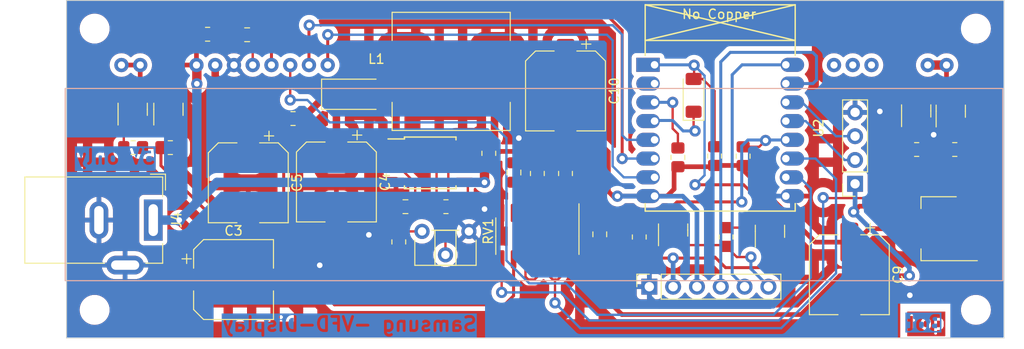
<source format=kicad_pcb>
(kicad_pcb (version 20221018) (generator pcbnew)
  (title_block (title "HCS-12SS59") (date "2023-07-18") (rev "0.1") (company "42nibbles") (comment 1 "Viete") (comment 4 "Universelles Samsung-VFD-Display"))
  (layers (0 "F.Cu" signal) (31 "B.Cu" signal) (34 "B.Paste" user) (35 "F.Paste" user) (36 "B.SilkS" user "B.Silkscreen") (37 "F.SilkS" user "F.Silkscreen") (38 "B.Mask" user) (39 "F.Mask" user) (44 "Edge.Cuts" user))
  (net 0 "")
  (net 1 "Net-(C1-Pad1)")
  (net 2 "Net-(C1-Pad2)")
  (net 3 "GND")
  (net 4 "VCC")
  (net 5 "/Vdisp")
  (net 6 "Net-(U3-TC)")
  (net 7 "Net-(D1-OSC)")
  (net 8 "+3V3")
  (net 9 "/F-")
  (net 10 "/~{REST}")
  (net 11 "/~{CS}")
  (net 12 "/DATA")
  (net 13 "/F+")
  (net 14 "Net-(D3-K)")
  (net 15 "/~{RST}")
  (net 16 "/RTS")
  (net 17 "/Tx")
  (net 18 "/Rx")
  (net 19 "/DTR")
  (net 20 "/SDA")
  (net 21 "/SCL")
  (net 22 "Net-(U3-Ipk)")
  (net 23 "Net-(Q1-B)")
  (net 24 "Net-(Q2-B)")
  (net 25 "Net-(Q3-B)")
  (net 26 "Net-(Q4-B)")
  (net 27 "Net-(Q5-B)")
  (net 28 "Net-(R15-Pad2)")
  (net 29 "Net-(Q6-B)")
  (net 30 "/GPIO0")
  (net 31 "Net-(R1-Pad2)")
  (net 32 "Net-(R2-Pad2)")
  (net 33 "Net-(R5-Pad2)")
  (net 34 "Net-(U3-DC)")
  (net 35 "Net-(U2-EN)")
  (net 36 "Net-(U1-Pad10)")
  (net 37 "/~{VDon}")
  (net 39 "Net-(U3-Vfb)")
  (net 40 "/SCK")
  (net 41 "/SwC")
  (net 42 "/k_D2")
  (footprint "Package_TO_SOT_SMD:SOT-23" (layer "F.Cu") (at 105.1204 68.6077 90)
    (fp_text reference "Q3" hide)
    (fp_text value "BC817")
  )
  (footprint "Fiducial:Fiducial_1.5mm_Mask3mm" (layer "F.Cu") (at 191.25 90)
    (fp_text reference "FID2" hide)
    (fp_text value "Fiducial")
  )
  (footprint "Resistor_SMD:R_0805_2012Metric_Pad1.20x1.40mm_HandSolder" (layer "F.Cu") (at 118.4148 69.596)
    (fp_text reference "R9" hide)
    (fp_text value "470R")
  )
  (footprint "Diode_SMD:D_MiniMELF" (layer "F.Cu") (at 161.1376 67.122148 90)
    (fp_text reference "D3" hide)
    (fp_text value "D_Schottky")
  )
  (footprint "Resistor_SMD:R_0805_2012Metric_Pad1.20x1.40mm_HandSolder" (layer "F.Cu") (at 129.6924 82.7532 90)
    (fp_text reference "R15" hide)
    (fp_text value "47k")
  )
  (footprint "Connector_PinSocket_2.54mm:PinSocket_1x04_P2.54mm_Vertical" (layer "F.Cu") (at 178.3588 76.5556 180)
    (fp_text reference "J2" hide)
    (fp_text value "Conn_01x04_Socket")
  )
  (footprint "Package_TO_SOT_SMD:SOT-23" (layer "F.Cu") (at 101.3104 68.6077 90)
    (fp_text reference "Q2" hide)
    (fp_text value "BC807")
  )
  (footprint "Resistor_SMD:R_0805_2012Metric_Pad1.20x1.40mm_HandSolder" (layer "F.Cu") (at 147.4724 75.4543 90)
    (fp_text reference "R2" hide)
    (fp_text value "47k")
  )
  (footprint "Package_SO:SOIC-8W_5.3x5.3mm_P1.27mm" (layer "F.Cu") (at 133.0452 74.3204)
    (fp_text reference "U3" hide)
    (fp_text value "MC34063AP")
  )
  (footprint "MountingHole:MountingHole_2.7mm_M2.5_DIN965" (layer "F.Cu") (at 191.25 60)
    (fp_text reference "H3" hide)
    (fp_text value "MountingHole")
  )
  (footprint "Fiducial:Fiducial_1.5mm_Mask3mm" (layer "F.Cu") (at 97.25 90)
    (fp_text reference "FID1" hide)
    (fp_text value "Fiducial")
  )
  (footprint "Capacitor_SMD:CP_Elec_8x6.9" (layer "F.Cu") (at 113.6396 76.4464 -90)
    (fp_text reference "C5")
    (fp_text value "4,7uF/63V")
  )
  (footprint "Package_TO_SOT_SMD:SOT-23" (layer "F.Cu") (at 188.566 68.8109 90)
    (fp_text reference "Q1" hide)
    (fp_text value "BC807")
  )
  (footprint "MountingHole:MountingHole_2.7mm_M2.5_DIN965" (layer "F.Cu") (at 97.25 60)
    (fp_text reference "H4" hide)
    (fp_text value "MountingHole")
  )
  (footprint "Capacitor_SMD:CP_Elec_8x6.9" (layer "F.Cu") (at 147.4724 66.6516 -90)
    (fp_text reference "C10")
    (fp_text value "220uF/10V")
  )
  (footprint "Capacitor_SMD:CP_Elec_8x6.9" (layer "F.Cu") (at 123.0376 76.36 -90)
    (fp_text reference "C4")
    (fp_text value "10uF/63V")
  )
  (footprint "Capacitor_SMD:CP_Elec_8x6.9" (layer "F.Cu") (at 112.066 86.7664)
    (fp_text reference "C3")
    (fp_text value "100uF/16V")
  )
  (footprint "Package_TO_SOT_SMD:SOT-223-3_TabPin2" (layer "F.Cu") (at 187.2992 81.3448 180)
    (fp_text reference "U4" hide)
    (fp_text value "LD1117S33TR_SOT223")
  )
  (footprint "Resistor_SMD:R_0805_2012Metric_Pad1.20x1.40mm_HandSolder" (layer "F.Cu") (at 164.6072 82.23 90)
    (fp_text reference "R13" hide)
    (fp_text value "10k")
  )
  (footprint "Inductor_SMD:L_Wuerth_WE-PD-Typ-LS" (layer "F.Cu") (at 135.2804 64.5668 180)
    (fp_text reference "L1")
    (fp_text value "330uH")
  )
  (footprint "Capacitor_SMD:C_0805_2012Metric_Pad1.18x1.45mm_HandSolder" (layer "F.Cu") (at 130.4036 78.994)
    (fp_text reference "C6" hide)
    (fp_text value "1nF")
  )
  (footprint "MountingHole:MountingHole_2.7mm_M2.5_DIN965" (layer "F.Cu") (at 97.25 90)
    (fp_text reference "H1" hide)
    (fp_text value "MountingHole")
  )
  (footprint "Resistor_SMD:R_0805_2012Metric_Pad1.20x1.40mm_HandSolder" (layer "F.Cu") (at 134.7216 78.994)
    (fp_text reference "R8" hide)
    (fp_text value "180R")
  )
  (footprint "Diode_SMD:D_MELF" (layer "F.Cu") (at 124.8664 67.0052)
    (fp_text reference "D2" hide)
    (fp_text value "SSD14")
  )
  (footprint "Package_TO_SOT_SMD:SOT-23" (layer "F.Cu") (at 184.878 68.7809 90)
    (fp_text reference "Q4" hide)
    (fp_text value "BC817")
  )
  (footprint "Potentiometer_THT:Potentiometer_Piher_PT-6-H_Horizontal" (layer "F.Cu") (at 137.1708 81.6314 -90)
    (fp_text reference "RV1")
    (fp_text value "10k")
  )
  (footprint "Fiducial:Fiducial_1.5mm_Mask3mm" (layer "F.Cu") (at 191.25 60)
    (fp_text reference "FID3" hide)
    (fp_text value "Fiducial")
  )
  (footprint "MountingHole:MountingHole_2.7mm_M2.5_DIN965" (layer "F.Cu") (at 191.25 90)
    (fp_text reference "H2" hide)
    (fp_text value "MountingHole")
  )
  (footprint "Resistor_SMD:R_0805_2012Metric_Pad1.20x1.40mm_HandSolder" (layer "F.Cu") (at 105.3244 72.6948)
    (fp_text reference "R3" hide)
    (fp_text value "1k")
  )
  (footprint "Resistor_SMD:R_0805_2012Metric_Pad1.20x1.40mm_HandSolder" (layer "F.Cu") (at 188.992 72.898)
    (fp_text reference "R5" hide)
    (fp_text value "1k")
  )
  (footprint "Capacitor_SMD:C_0805_2012Metric_Pad1.18x1.45mm_HandSolder" (layer "F.Cu") (at 141.9724 75.3478 -90)
    (fp_text reference "C1" hide)
    (fp_text value "1nF")
  )
  (footprint "Package_TO_SOT_SMD:SOT-23" (layer "F.Cu") (at 158.9532 81.4832 90)
    (fp_text reference "Q6" hide)
    (fp_text value "BC847")
  )
  (footprint "Capacitor_SMD:CP_Elec_8x6.9" (layer "F.Cu") (at 177.7492 86.2524 -90)
    (fp_text reference "C9")
    (fp_text value "10uF/16V")
  )
  (footprint "Resistor_SMD:R_0805_2012Metric_Pad1.20x1.40mm_HandSolder" (layer "F.Cu") (at 163.3728 73.596548 90)
    (fp_text reference "R11" hide)
    (fp_text value "10k")
  )
  (footprint "KICAD_USER_FOOTPRINT_DIR:BarrelJack_Wuerth_1mm" (layer "F.Cu") (at 103.505 80.426 -90)
    (fp_text reference "J4")
    (fp_text value "Barrel_Jack_Switch")
  )
  (footprint "Package_SO:SOIC-14_3.9x8.7mm_P1.27mm" (layer "F.Cu") (at 144.4752 82.1363 -90)
    (fp_text reference "U1" hide)
    (fp_text value "74HC132")
  )
  (footprint "Package_TO_SOT_SMD:SOT-23" (layer "F.Cu") (at 169.2808 81.6204 90)
    (fp_text reference "Q5" hide)
    (fp_text value "BC847")
  )
  (footprint "Capacitor_SMD:C_0805_2012Metric_Pad1.18x1.45mm_HandSolder" (layer "F.Cu") (at 113.5165 60.6552)
    (fp_text reference "C7" hide)
    (fp_text value "82pF")
  )
  (footprint "Resistor_SMD:R_0805_2012Metric_Pad1.20x1.40mm_HandSolder" (layer "F.Cu") (at 166.4208 73.6092 90)
    (fp_text reference "R16" hide)
    (fp_text value "10k")
  )
  (footprint "Connector_PinSocket_2.54mm:PinSocket_1x06_P2.54mm_Vertical" (layer "F.Cu") (at 156.4132 87.5284 90)
    (fp_text reference "J1" hide)
    (fp_text value "Program-Socket")
  )
  (footprint "Resistor_SMD:R_0805_2012Metric_Pad1.20x1.40mm_HandSolder" (layer "F.Cu") (at 139.2936 73.3044 90)
    (fp_text reference "R7" hide)
    (fp_text value "1R")
  )
  (footprint "Resistor_SMD:R_0805_2012Metric_Pad1.20x1.40mm_HandSolder" (layer "F.Cu") (at 155.3412 82.23 90)
    (fp_text reference "R14" hide)
    (fp_text value "10k")
  )
  (footprint "Resistor_SMD:R_0805_2012Metric_Pad1.20x1.40mm_HandSolder" (layer "F.Cu") (at 109.3001 60.6044)
    (fp_text reference "R10" hide)
    (fp_text value "8k2")
  )
  (footprint "eigeneFootprints:ESP-07_THT" (layer "F.Cu") (at 156.972 63.863748)
    (fp_text reference "U2")
    (fp_text value "ESP-07S")
  )
  (footprint "Resistor_SMD:R_0805_2012Metric_Pad1.20x1.40mm_HandSolder" (layer "F.Cu") (at 144.4724 75.4543 -90)
    (fp_text reference "R1" hide)
    (fp_text value "22k")
  )
  (footprint "Resistor_SMD:R_0805_2012Metric_Pad1.20x1.40mm_HandSolder" (layer "F.Cu") (at 101.3554 72.6948 180)
    (fp_text reference "R4" hide)
    (fp_text value "1k")
  )
  (footprint "Capacitor_SMD:C_0805_2012Metric_Pad1.18x1.45mm_HandSolder" (layer "F.Cu") (at 151.13 81.9404 -90)
    (fp_text reference "C2" hide)
    (fp_text value "100nF")
  )
  (footprint "Resistor_SMD:R_0805_2012Metric_Pad1.20x1.40mm_HandSolder" (layer "F.Cu") (at 184.928 72.898)
    (fp_text reference "R6" hide)
    (fp_text value "1k")
  )
  (footprint "Resistor_SMD:R_0805_2012Metric_Pad1.20x1.40mm_HandSolder" (layer "F.Cu") (at 159.4612 73.732948 90)
    (fp_text reference "R12" hide)
    (fp_text value "10k")
  )
  (footprint "Samsung_HCS-12SS59:HCS-12SS59" (layer "B.Cu") (at 144.111 76.637 180)
    (fp_text reference "D1" hide)
    (fp_text value "~")
  )
  (gr_line (start 194.25 93) (end 94.25 93) (stroke (width 0.1)) (layer "Edge.Cuts"))
  (gr_line (start 94.25 93) (end 94.25 57) (stroke (width 0.1)) (layer "Edge.Cuts"))
  (gr_line (start 194.25 57) (end 194.25 93) (stroke (width 0.1)) (layer "Edge.Cuts"))
  (gr_line (start 94.25 57) (end 194.25 57) (stroke (width 0.1)) (layer "Edge.Cuts"))
  (gr_text "HCS-12SS59\n" (at 173.5328 59.944) (layer "F.Cu" knockout) (effects (font (size 1.5 1.5) (thickness 0.3) bold) (justify left bottom)))
  (gr_text "5V only" (at 100.6348 92.5068) (layer "F.Cu" knockout) (effects (font (size 1 1) (thickness 0.2) bold) (justify left bottom)))
  (gr_text "Top\n" (at 183.896 92.202) (layer "F.Cu" knockout) (effects (font (size 1.5 1.5) (thickness 0.3) bold) (justify left bottom)))
  (gr_text "Samsung -VFD-Display" (at 138.176 92.4052) (layer "B.Cu" knockout) (effects (font (size 1.5 1.5) (thickness 0.3) bold) (justify left bottom mirror)))
  (gr_text "5V only\n" (at 103.9368 74.5744) (layer "B.Cu" knockout) (effects (font (size 1.5 1.5) (thickness 0.3) bold) (justify left bottom mirror)))
  (gr_text "Bot" (at 187.8076 92.3036) (layer "B.Cu" knockout) (effects (font (size 1.5 1.5) (thickness 0.3) bold) (justify left bottom mirror)))
  (segment (start 141.9724 74.3103) (end 144.3284 74.3103) (width 0.25) (layer "F.Cu") (net 1))
  (segment (start 144.3284 74.3103) (end 144.4724 74.4543) (width 0.25) (layer "F.Cu") (net 1))
  (segment (start 144.7615 74.4543) (end 144.4724 74.4543) (width 0.25) (layer "F.Cu") (net 1))
  (segment (start 146.7615 76.4543) (end 144.7615 74.4543) (width 0.25) (layer "F.Cu") (net 1))
  (segment (start 147.4724 76.4543) (end 146.7615 76.4543) (width 0.25) (layer "F.Cu") (net 1))
  (segment (start 141.9352 88.4936) (end 140.97 89.4588) (width 0.32) (layer "F.Cu") (net 2))
  (segment (start 141.9352 84.6113) (end 141.9352 88.4936) (width 0.32) (layer "F.Cu") (net 2))
  (segment (start 141.9352 79.6613) (end 141.9352 84.6113) (width 0.25) (layer "F.Cu") (net 2))
  (segment (start 116.332 82.9564) (end 112.665258 82.9564) (width 0.32) (layer "F.Cu") (net 2))
  (segment (start 104.3244 72.6948) (end 102.3554 72.6948) (width 0.25) (layer "F.Cu") (net 2))
  (segment (start 112.665258 82.9564) (end 104.3244 74.615542) (width 0.32) (layer "F.Cu") (net 2))
  (segment (start 140.97 89.4588) (end 122.8344 89.4588) (width 0.32) (layer "F.Cu") (net 2))
  (segment (start 122.8344 89.4588) (end 116.332 82.9564) (width 0.32) (layer "F.Cu") (net 2))
  (segment (start 104.3244 74.615542) (end 104.3244 72.6948) (width 0.32) (layer "F.Cu") (net 2))
  (segment (start 141.9724 79.6241) (end 141.9352 79.6613) (width 0.25) (layer "F.Cu") (net 2))
  (segment (start 141.9724 76.3853) (end 141.9724 79.6241) (width 0.25) (layer "F.Cu") (net 2))
  (segment (start 125.6002 79.835) (end 127.1016 78.3336) (width 0.8) (layer "F.Cu") (net 3))
  (segment (start 188.1632 88.4428) (end 190.4492 86.1568) (width 0.5) (layer "F.Cu") (net 3))
  (segment (start 188.8236 62.0776) (end 192.8368 66.0908) (width 0.5) (layer "F.Cu") (net 3))
  (segment (start 119.7996 91.25) (end 115.316 86.7664) (width 0.5) (layer "F.Cu") (net 3))
  (segment (start 192.8368 66.0908) (end 192.8368 83.3172) (width 0.5) (layer "F.Cu") (net 3))
  (segment (start 129.3952 73.6854) (end 127.7366 73.6854) (width 0.8) (layer "F.Cu") (net 3))
  (segment (start 127.1016 78.3336) (end 127.1016 75.5904) (width 0.8) (layer "F.Cu") (net 3))
  (segment (start 123.0376 79.835) (end 125.6002 79.835) (width 0.8) (layer "F.Cu") (net 3))
  (segment (start 183.1848 66.6496) (end 183.1848 62.8396) (width 0.5) (layer "F.Cu") (net 3))
  (segment (start 127.1016 75.5904) (end 127.7366 76.2254) (width 0.8) (layer "F.Cu") (net 3))
  (segment (start 190.4492 86.1568) (end 190.4492 83.6448) (width 0.5) (layer "F.Cu") (net 3))
  (segment (start 138.8364 79.248) (end 139.2497 79.6613) (width 0.5) (layer "F.Cu") (net 3))
  (segment (start 127.7366 76.2254) (end 129.3952 76.2254) (width 0.8) (layer "F.Cu") (net 3))
  (segment (start 139.2497 79.6613) (end 140.6652 79.6613) (width 0.5) (layer "F.Cu") (net 3))
  (segment (start 180.56232 91.25) (end 119.7996 91.25) (width 0.5) (layer "F.Cu") (net 3))
  (segment (start 184.2008 88.4428) (end 188.1632 88.4428) (width 0.5) (layer "F.Cu") (net 3))
  (segment (start 127.7366 73.6854) (end 127.1016 74.3204) (width 0.8) (layer "F.Cu") (net 3))
  (segment (start 181.0004 68.834) (end 183.1848 66.6496) (width 0.5) (layer "F.Cu") (net 3))
  (segment (start 183.36952 88.4428) (end 180.56232 91.25) (width 0.5) (layer "F.Cu") (net 3))
  (segment (start 192.8368 83.3172) (end 192.5092 83.6448) (width 0.5) (layer "F.Cu") (net 3))
  (segment (start 184.2008 88.4428) (end 183.36952 88.4428) (width 0.5) (layer "F.Cu") (net 3))
  (segment (start 127.1016 74.3204) (end 127.1016 75.5904) (width 0.8) (layer "F.Cu") (net 3))
  (segment (start 183.9468 62.0776) (end 188.8236 62.0776) (width 0.5) (layer "F.Cu") (net 3))
  (segment (start 192.5092 83.6448) (end 190.4492 83.6448) (width 0.5) (layer "F.Cu") (net 3))
  (segment (start 183.1848 62.8396) (end 183.9468 62.0776) (width 0.5) (layer "F.Cu") (net 3))
  (via (at 181.0004 68.834) (size 1.2) (drill 0.6) (layers "F.Cu" "B.Cu") (net 3))
  (via (at 184.2008 88.4428) (size 1.2) (drill 0.6) (layers "F.Cu" "B.Cu") (net 3))
  (via (at 186.7408 71.3232) (size 1.2) (drill 0.6) (layers "F.Cu" "B.Cu") (net 3))
  (via (at 142.494 71.6788) (size 1.2) (drill 0.6) (layers "F.Cu" "B.Cu") (net 3))
  (via (at 126.5 82) (size 1.2) (drill 0.6) (layers "F.Cu" "B.Cu") (net 3))
  (via (at 138.8364 79.248) (size 1.2) (drill 0.6) (layers "F.Cu" "B.Cu") (net 3))
  (via (at 121.2596 85.2424) (size 1.2) (drill 0.6) (layers "F.Cu" "B.Cu") (net 3))
  (segment (start 169.6212 89.6112) (end 157.4292 89.6112) (width 0.5) (layer "B.Cu") (net 3))
  (segment (start 97.705 84.8526) (end 98.0784 85.226) (width 0.5) (layer "B.Cu") (net 3))
  (segment (start 157.4292 89.6112) (end 156.4132 88.5952) (width 0.5) (layer "B.Cu") (net 3))
  (segment (start 178.3588 68.9356) (end 180.8988 68.9356) (width 0.5) (layer "B.Cu") (net 3))
  (segment (start 172.3644 86.868) (end 169.6212 89.6112) (width 0.5) (layer "B.Cu") (net 3))
  (segment (start 172.3644 79.256148) (end 172.3644 86.868) (width 0.5) (layer "B.Cu") (net 3))
  (segment (start 98.0784 85.226) (end 100.505 85.226) (width 0.5) (layer "B.Cu") (net 3))
  (segment (start 170.972 77.863748) (end 172.3644 79.256148) (width 0.5) (layer "B.Cu") (net 3))
  (segment (start 100.505 85.226) (end 120.6336 85.226) (width 0.5) (layer "B.Cu") (net 3))
  (segment (start 180.8988 68.9356) (end 181.0004 68.834) (width 0.5) (layer "B.Cu") (net 3))
  (segment (start 97.705 80.426) (end 97.705 84.8526) (width 0.5) (layer "B.Cu") (net 3))
  (segment (start 156.4132 88.5952) (end 156.4132 87.5284) (width 0.5) (layer "B.Cu") (net 3))
  (segment (start 149.606 73.7616) (end 149.606 81.4539) (width 0.5) (layer "F.Cu") (net 4))
  (segment (start 153.492 90.5) (end 172.5932 90.5) (width 0.5) (layer "F.Cu") (net 4))
  (segment (start 106.801 63.887) (end 108.111 63.887) (width 0.5) (layer "F.Cu") (net 4))
  (segment (start 102.2604 69.5452) (end 102.2604 68.4276) (width 0.5) (layer "F.Cu") (net 4))
  (segment (start 108.1532 63.9292) (end 108.111 63.887) (width 1) (layer "F.Cu") (net 4))
  (segment (start 138.6426 74.9554) (end 139.2936 74.3044) (width 0.5) (layer "F.Cu") (net 4))
  (segment (start 138.8364 74.7616) (end 139.2936 74.3044) (width 1) (layer "F.Cu") (net 4))
  (segment (start 108.111 60.7935) (end 108.3001 60.6044) (width 0.5) (layer "F.Cu") (net 4))
  (segment (start 108.5596 86.51) (end 108.816 86.7664) (width 1) (layer "F.Cu") (net 4))
  (segment (start 151.1387 82.9866) (end 151.13 82.9779) (width 0.5) (layer "F.Cu") (net 4))
  (segment (start 176.7332 86.36) (end 184.15 86.36) (width 0.5) (layer "F.Cu") (net 4))
  (segment (start 136.6952 74.9554) (end 138.6426 74.9554) (width 0.5) (layer "F.Cu") (net 4))
  (segment (start 150.5204 84.6113) (end 151.1387 84.6113) (width 0.5) (layer "F.Cu") (net 4))
  (segment (start 148.2852 84.6113) (end 151.1387 84.6113) (width 0.5) (layer "F.Cu") (net 4))
  (segment (start 191.516 71.7484) (end 191.516 76.708) (width 0.5) (layer "F.Cu") (net 4))
  (segment (start 106.2736 80.426) (end 108.5596 82.712) (width 1) (layer "F.Cu") (net 4))
  (segment (start 172.5932 90.5) (end 176.7332 86.36) (width 0.5) (layer "F.Cu") (net 4))
  (segment (start 151.4856 84.9582) (end 151.4856 88.4936) (width 0.5) (layer "F.Cu") (net 4))
  (segment (start 191.516 76.708) (end 190.4492 77.7748) (width 0.5) (layer "F.Cu") (net 4))
  (segment (start 151.1387 84.6113) (end 151.4856 84.9582) (width 0.5) (layer "F.Cu") (net 4))
  (segment (start 108.1532 65.8876) (end 108.1532 63.9292) (width 1) (layer "F.Cu") (net 4))
  (segment (start 138.8364 76.4032) (end 138.8364 74.7616) (width 1) (layer "F.Cu") (net 4))
  (segment (start 190.3492 78.9448) (end 190.4492 79.0448) (width 0.5) (layer "F.Cu") (net 4))
  (segment (start 151.4856 88.4936) (end 153.492 90.5) (width 0.5) (layer "F.Cu") (net 4))
  (segment (start 178.8144 78.9448) (end 190.3492 78.9448) (width 0.5) (layer "F.Cu") (net 4))
  (segment (start 151.1387 84.6113) (end 151.1387 82.9866) (width 0.5) (layer "F.Cu") (net 4))
  (segment (start 108.5596 82.712) (end 108.5596 86.51) (width 1) (layer "F.Cu") (net 4))
  (segment (start 149.606 81.4539) (end 151.13 82.9779) (width 0.5) (layer "F.Cu") (net 4))
  (segment (start 108.111 63.887) (end 108.111 60.7935) (width 0.5) (layer "F.Cu") (net 4))
  (segment (start 140.4968 73.1012) (end 148.9456 73.1012) (width 0.5) (layer "F.Cu") (net 4))
  (segment (start 190.4492 77.7748) (end 190.4492 79.0448) (width 0.5) (layer "F.Cu") (net 4))
  (segment (start 102.2604 68.4276) (end 106.801 63.887) (width 0.5) (layer "F.Cu") (net 4))
  (segment (start 189.516 69.7484) (end 191.516 71.7484) (width 0.5) (layer "F.Cu") (net 4))
  (segment (start 139.2936 74.3044) (end 140.4968 73.1012) (width 0.5) (layer "F.Cu") (net 4))
  (segment (start 178.2064 79.5528) (end 178.8144 78.9448) (width 0.5) (layer "F.Cu") (net 4))
  (segment (start 148.9456 73.1012) (end 149.606 73.7616) (width 0.5) (layer "F.Cu") (net 4))
  (via (at 138.8364 76.4032) (size 1.2) (drill 0.6) (layers "F.Cu" "B.Cu") (net 4))
  (via (at 106.2736 80.426) (size 1.2) (drill 0.6) (layers "F.Cu" "B.Cu") (net 4))
  (via (at 184.15 86.36) (size 1.2) (drill 0.6) (layers "F.Cu" "B.Cu") (net 4))
  (via (at 108.1532 65.8876) (size 1.2) (drill 0.6) (layers "F.Cu" "B.Cu") (net 4))
  (via (at 178.2064 79.5528) (size 1.2) (drill 0.6) (layers "F.Cu" "B.Cu") (net 4))
  (segment (start 178.2064 79.5528) (end 184.15 85.4964) (width 0.5) (layer "B.Cu") (net 4))
  (segment (start 108.1532 65.8876) (end 108.1532 65.9806) (width 1) (layer "B.Cu") (net 4))
  (segment (start 178.3588 76.5556) (end 178.3588 79.4004) (width 0.5) (layer "B.Cu") (net 4))
  (segment (start 184.15 85.4964) (end 184.15 86.36) (width 0.5) (layer "B.Cu") (net 4))
  (segment (start 106.2736 80.426) (end 103.505 80.426) (width 1) (layer "B.Cu") (net 4))
  (segment (start 110.2964 76.4032) (end 138.8364 76.4032) (width 1) (layer "B.Cu") (net 4))
  (segment (start 108.111 78.5886) (end 108.1532 78.5464) (width 1) (layer "B.Cu") (net 4))
  (segment (start 108.1532 78.5464) (end 108.1532 65.8876) (width 1) (layer "B.Cu") (net 4))
  (segment (start 108.111 78.5886) (end 110.2964 76.4032) (width 1) (layer "B.Cu") (net 4))
  (segment (start 106.2736 80.426) (end 108.111 78.5886) (width 1) (layer "B.Cu") (net 4))
  (segment (start 178.3588 79.4004) (end 178.2064 79.5528) (width 0.5) (layer "B.Cu") (net 4))
  (segment (start 117.4148 69.596) (end 117.4148 78.009992) (width 0.32) (layer "F.Cu") (net 5))
  (segment (start 114.554 69.596) (end 114.046 69.596) (width 0.8) (layer "F.Cu") (net 5))
  (segment (start 120.0404 81.8388) (end 121.8692 83.6676) (width 0.32) (layer "F.Cu") (net 5))
  (segment (start 121.8692 83.6676) (end 129.6068 83.6676) (width 0.32) (layer "F.Cu") (net 5))
  (segment (start 114.554 69.596) (end 110.111 65.153) (width 0.8) (layer "F.Cu") (net 5))
  (segment (start 117.4148 78.009992) (end 120.0404 80.635592) (width 0.32) (layer "F.Cu") (net 5))
  (segment (start 120.0404 80.635592) (end 120.0404 81.8388) (width 0.32) (layer "F.Cu") (net 5))
  (segment (start 110.111 65.153) (end 110.111 63.887) (width 0.8) (layer "F.Cu") (net 5))
  (segment (start 129.6068 83.6676) (end 129.6924 83.7532) (width 0.32) (layer "F.Cu") (net 5))
  (segment (start 117.4148 69.596) (end 114.554 69.596) (width 0.8) (layer "F.Cu") (net 5))
  (segment (start 113.6396 70.0024) (end 113.6396 72.9714) (width 0.8) (layer "F.Cu") (net 5))
  (segment (start 114.046 69.596) (end 113.6396 70.0024) (width 0.8) (layer "F.Cu") (net 5))
  (segment (start 131.4411 76.4763) (end 131.4411 78.994) (width 0.25) (layer "F.Cu") (net 6))
  (segment (start 129.3952 74.9554) (end 129.9202 74.9554) (width 0.25) (layer "F.Cu") (net 6))
  (segment (start 129.9202 74.9554) (end 131.4411 76.4763) (width 0.25) (layer "F.Cu") (net 6))
  (segment (start 114.111 63.887) (end 114.111 62.2872) (width 0.25) (layer "F.Cu") (net 7))
  (segment (start 114.111 62.2872) (end 112.479 60.6552) (width 0.25) (layer "F.Cu") (net 7))
  (segment (start 110.3001 60.6044) (end 112.4282 60.6044) (width 0.25) (layer "F.Cu") (net 7))
  (segment (start 112.4282 60.6044) (end 112.479 60.6552) (width 0.25) (layer "F.Cu") (net 7))
  (segment (start 150.622 71.7296) (end 152.0444 73.152) (width 0.5) (layer "F.Cu") (net 8))
  (segment (start 152.6032 77.9272) (end 153.0096 77.8764) (width 0.5) (layer "F.Cu") (net 8))
  (segment (start 147.4724 63.6016) (end 147.828 63.6016) (width 0.5) (layer "F.Cu") (net 8))
  (segment (start 163.2364 74.732948) (end 163.3728 74.596548) (width 0.5) (layer "F.Cu") (net 8))
  (segment (start 147.828 63.6016) (end 150.622 66.3956) (width 0.5) (layer "F.Cu") (net 8))
  (segment (start 152.0444 73.152) (end 152.0444 77.3684) (width 0.5) (layer "F.Cu") (net 8))
  (segment (start 179.8568 81.3448) (end 177.7492 83.4524) (width 0.5) (layer "F.Cu") (net 8))
  (segment (start 152.0444 77.3684) (end 152.6032 77.9272) (width 0.5) (layer "F.Cu") (net 8))
  (segment (start 159.0548 77.1144) (end 159.0548 75.139348) (width 0.5) (layer "F.Cu") (net 8))
  (segment (start 184.1492 81.3448) (end 190.4492 81.3448) (width 0.5) (layer "F.Cu") (net 8))
  (segment (start 174.1158 82.7774) (end 166.6432 75.3048) (width 0.5) (layer "F.Cu") (net 8))
  (segment (start 166.408148 74.596548) (end 166.4208 74.6092) (width 0.5) (layer "F.Cu") (net 8))
  (segment (start 163.3728 74.596548) (end 166.408148 74.596548) (width 0.5) (layer "F.Cu") (net 8))
  (segment (start 158.2928 77.8764) (end 159.0548 77.1144) (width 0.5) (layer "F.Cu") (net 8))
  (segment (start 153.0096 77.8764) (end 152.666652 77.863748) (width 0.5) (layer "F.Cu") (net 8))
  (segment (start 177.7492 82.7774) (end 174.1158 82.7774) (width 0.5) (layer "F.Cu") (net 8))
  (segment (start 159.4612 74.732948) (end 163.2364 74.732948) (width 0.5) (layer "F.Cu") (net 8))
  (segment (start 184.1492 81.3448) (end 179.8568 81.3448) (width 0.5) (layer "F.Cu") (net 8))
  (segment (start 153.0096 77.8764) (end 158.2928 77.8764) (width 0.5) (layer "F.Cu") (net 8))
  (segment (start 150.622 66.3956) (end 150.622 71.7296) (width 0.5) (layer "F.Cu") (net 8))
  (segment (start 159.0548 75.139348) (end 159.4612 74.732948) (width 0.5) (layer "F.Cu") (net 8))
  (via (at 153.0096 77.8764) (size 1.2) (drill 0.6) (layers "F.Cu" "B.Cu") (net 8))
  (segment (start 159.9692 77.8764) (end 153.0096 77.8764) (width 0.5) (layer "B.Cu") (net 8))
  (segment (start 161.4932 87.5284) (end 161.4932 79.4004) (width 0.5) (layer "B.Cu") (net 8))
  (segment (start 153.022252 77.863748) (end 153.0096 77.8764) (width 0.5) (layer "B.Cu") (net 8))
  (segment (start 161.4932 79.4004) (end 159.9692 77.8764) (width 0.5) (layer "B.Cu") (net 8))
  (segment (start 156.972 77.863748) (end 153.022252 77.863748) (width 0.5) (layer "B.Cu") (net 8))
  (segment (start 103.2256 68.4276) (end 103.2256 70.6628) (width 0.2) (layer "F.Cu") (net 9))
  (segment (start 102.111 66.8696) (end 102.111 63.887) (width 0.5) (layer "F.Cu") (net 9))
  (segment (start 101.7524 71.1708) (end 101.2952 70.7136) (width 0.2) (layer "F.Cu") (net 9))
  (segment (start 105.1204 67.6702) (end 103.983 67.6702) (width 0.2) (layer "F.Cu") (net 9))
  (segment (start 103.983 67.6702) (end 103.2256 68.4276) (width 0.2) (layer "F.Cu") (net 9))
  (segment (start 101.3104 67.6702) (end 102.111 66.8696) (width 0.5) (layer "F.Cu") (net 9))
  (segment (start 101.2952 67.6854) (end 101.3104 67.6702) (width 0.2) (layer "F.Cu") (net 9))
  (segment (start 103.2256 70.6628) (end 102.7176 71.1708) (width 0.2) (layer "F.Cu") (net 9))
  (segment (start 102.7176 71.1708) (end 101.7524 71.1708) (width 0.2) (layer "F.Cu") (net 9))
  (segment (start 100.111 63.887) (end 102.111 63.887) (width 0.5) (layer "F.Cu") (net 9))
  (segment (start 101.2952 70.7136) (end 101.2952 67.6854) (width 0.2) (layer "F.Cu") (net 9))
  (segment (start 116.111 59.8602) (end 116.111 63.887) (width 0.32) (layer "F.Cu") (net 10))
  (segment (start 151.6888 58.3692) (end 117.602 58.3692) (width 0.32) (layer "F.Cu") (net 10))
  (segment (start 153.5176 73.8632) (end 153.5176 60.198) (width 0.32) (layer "F.Cu") (net 10))
  (segment (start 117.602 58.3692) (end 116.111 59.8602) (width 0.32) (layer "F.Cu") (net 10))
  (segment (start 153.5176 60.198) (end 151.6888 58.3692) (width 0.32) (layer "F.Cu") (net 10))
  (via (at 153.5176 73.8632) (size 1.2) (drill 0.6) (layers "F.Cu" "B.Cu") (net 10))
  (segment (start 156.972 73.863748) (end 153.518148 73.863748) (width 0.25) (layer "B.Cu") (net 10))
  (segment (start 153.518148 73.863748) (end 153.5176 73.8632) (width 0.25) (layer "B.Cu") (net 10))
  (segment (start 118.11 67.6148) (end 118.111 67.6138) (width 0.25) (layer "F.Cu") (net 11))
  (segment (start 118.111 67.6138) (end 118.111 63.887) (width 0.25) (layer "F.Cu") (net 11))
  (via (at 118.11 67.6148) (size 1.2) (drill 0.6) (layers "F.Cu" "B.Cu") (net 11))
  (segment (start 170.972 75.863748) (end 172.434548 75.863748) (width 0.25) (layer "B.Cu") (net 11))
  (segment (start 150.876 90.5256) (end 169.672 90.5256) (width 0.25) (layer "B.Cu") (net 11))
  (segment (start 173.6344 77.0636) (end 173.6344 77.025452) (width 0.25) (layer "B.Cu") (net 11))
  (segment (start 122.3264 70.0024) (end 139.4968 70.0024) (width 0.25) (layer "B.Cu") (net 11))
  (segment (start 169.672 90.5256) (end 173.6344 86.5632) (width 0.25) (layer "B.Cu") (net 11))
  (segment (start 139.4968 70.0024) (end 141.1732 71.6788) (width 0.25) (layer "B.Cu") (net 11))
  (segment (start 141.1732 71.6788) (end 141.1732 84.7344) (width 0.25) (layer "B.Cu") (net 11))
  (segment (start 143.6116 87.1728) (end 147.5232 87.1728) (width 0.25) (layer "B.Cu") (net 11))
  (segment (start 119.9388 67.6148) (end 122.3264 70.0024) (width 0.25) (layer "B.Cu") (net 11))
  (segment (start 118.11 67.6148) (end 119.9388 67.6148) (width 0.25) (layer "B.Cu") (net 11))
  (segment (start 147.5232 87.1728) (end 150.876 90.5256) (width 0.25) (layer "B.Cu") (net 11))
  (segment (start 172.434548 75.863748) (end 173.6344 77.0636) (width 0.25) (layer "B.Cu") (net 11))
  (segment (start 141.1732 84.7344) (end 143.6116 87.1728) (width 0.25) (layer "B.Cu") (net 11))
  (segment (start 173.6344 86.5632) (end 173.6344 77.0636) (width 0.25) (layer "B.Cu") (net 11))
  (segment (start 122.111 60.6674) (end 122.111 63.887) (width 0.32) (layer "F.Cu") (net 12))
  (segment (start 122.1232 60.6552) (end 122.111 60.6674) (width 0.25) (layer "F.Cu") (net 12))
  (via (at 122.1232 60.6552) (size 1.2) (drill 0.6) (layers "F.Cu" "B.Cu") (net 12))
  (segment (start 152.5016 61.2648) (end 151.892 60.6552) (width 0.25) (layer "B.Cu") (net 12))
  (segment (start 151.892 60.6552) (end 122.1232 60.6552) (width 0.25) (layer "B.Cu") (net 12))
  (segment (start 156.972 75.863748) (end 153.689348 75.863748) (width 0.25) (layer "B.Cu") (net 12))
  (segment (start 153.689348 75.863748) (end 152.5016 74.676) (width 0.25) (layer "B.Cu") (net 12))
  (segment (start 152.5016 74.676) (end 152.5016 61.2648) (width 0.25) (layer "B.Cu") (net 12))
  (segment (start 188.111 63.887) (end 188.111 65.5814) (width 0.5) (layer "F.Cu") (net 13))
  (segment (start 188.5188 67.8262) (end 188.566 67.8734) (width 0.5) (layer "F.Cu") (net 13))
  (segment (start 184.878 67.8434) (end 188.536 67.8434) (width 0.2) (layer "F.Cu") (net 13))
  (segment (start 188.111 65.5814) (end 188.5188 65.9892) (width 0.5) (layer "F.Cu") (net 13))
  (segment (start 188.5188 65.9892) (end 188.5188 67.8262) (width 0.5) (layer "F.Cu") (net 13))
  (segment (start 188.536 67.8434) (end 188.566 67.8734) (width 0.2) (layer "F.Cu") (net 13))
  (segment (start 186.111 63.887) (end 188.111 63.887) (width 1) (layer "F.Cu") (net 13))
  (segment (start 161.1376 68.872148) (end 161.1376 70.7644) (width 0.25) (layer "F.Cu") (net 14))
  (segment (start 161.1376 70.7644) (end 161.29 70.9168) (width 0.25) (layer "F.Cu") (net 14))
  (via (at 161.29 70.9168) (size 1.2) (drill 0.6) (layers "F.Cu" "B.Cu") (net 14))
  (segment (start 158.9024 69.7992) (end 157.036548 69.7992) (width 0.32) (layer "B.Cu") (net 14))
  (segment (start 160.02 70.9168) (end 158.9024 69.7992) (width 0.32) (layer "B.Cu") (net 14))
  (segment (start 157.036548 69.7992) (end 156.972 69.863748) (width 0.32) (layer "B.Cu") (net 14))
  (segment (start 161.29 70.9168) (end 160.02 70.9168) (width 0.32) (layer "B.Cu") (net 14))
  (segment (start 161.1376 65.372148) (end 162.095348 65.372148) (width 0.25) (layer "F.Cu") (net 15))
  (segment (start 162.095348 65.372148) (end 163.3728 66.6496) (width 0.25) (layer "F.Cu") (net 15))
  (segment (start 161.29 76.6572) (end 166.4716 76.6572) (width 0.32) (layer "F.Cu") (net 15))
  (segment (start 166.4716 76.6572) (end 169.2808 79.4664) (width 0.32) (layer "F.Cu") (net 15))
  (segment (start 169.2808 79.4664) (end 169.2808 80.6829) (width 0.32) (layer "F.Cu") (net 15))
  (segment (start 161.1884 63.9064) (end 161.1884 65.321348) (width 0.25) (layer "F.Cu") (net 15))
  (segment (start 163.3728 66.6496) (end 163.3728 72.596548) (width 0.25) (layer "F.Cu") (net 15))
  (segment (start 161.1884 65.321348) (end 161.1376 65.372148) (width 0.25) (layer "F.Cu") (net 15))
  (via (at 161.29 76.6572) (size 1.2) (drill 0.6) (layers "F.Cu" "B.Cu") (net 15))
  (via (at 161.1884 63.9064) (size 1.2) (drill 0.6) (layers "F.Cu" "B.Cu") (net 15))
  (segment (start 156.972 63.863748) (end 161.145748 63.863748) (width 0.32) (layer "B.Cu") (net 15))
  (segment (start 161.29 76.6572) (end 162.306 75.6412) (width 0.25) (layer "B.Cu") (net 15))
  (segment (start 162.306 75.6412) (end 162.306 65.024) (width 0.25) (layer "B.Cu") (net 15))
  (segment (start 161.145748 63.863748) (end 161.1884 63.9064) (width 0.25) (layer "B.Cu") (net 15))
  (segment (start 162.306 65.024) (end 161.1884 63.9064) (width 0.25) (layer "B.Cu") (net 15))
  (segment (start 155.3412 83.6624) (end 155.3412 83.23) (width 0.32) (layer "F.Cu") (net 16))
  (segment (start 163.4236 84.3788) (end 164.5412 85.4964) (width 0.32) (layer "F.Cu") (net 16))
  (segment (start 170.2308 84.6836) (end 170.2308 82.5579) (width 0.32) (layer "F.Cu") (net 16))
  (segment (start 158.9532 84.4804) (end 156.0576 84.4804) (width 0.32) (layer "F.Cu") (net 16))
  (segment (start 164.5412 85.4964) (end 169.418 85.4964) (width 0.32) (layer "F.Cu") (net 16))
  (segment (start 156.0576 84.3788) (end 155.3412 83.6624) (width 0.32) (layer "F.Cu") (net 16))
  (segment (start 158.9532 84.4804) (end 163.4236 84.4804) (width 0.32) (layer "F.Cu") (net 16))
  (segment (start 169.418 85.4964) (end 170.2308 84.6836) (width 0.32) (layer "F.Cu") (net 16))
  (via (at 158.9532 84.4804) (size 1.2) (drill 0.6) (layers "F.Cu" "B.Cu") (net 16))
  (segment (start 158.9532 87.5284) (end 158.9532 84.3788) (width 0.5) (layer "B.Cu") (net 16))
  (segment (start 174.244 65.4812) (end 173.861452 65.863748) (width 0.32) (layer "B.Cu") (net 17))
  (segment (start 164.0332 87.5284) (end 164.0332 63.5508) (width 0.32) (layer "B.Cu") (net 17))
  (segment (start 164.0332 63.5508) (end 165.0492 62.5348) (width 0.32) (layer "B.Cu") (net 17))
  (segment (start 173.861452 65.863748) (end 170.972 65.863748) (width 0.32) (layer "B.Cu") (net 17))
  (segment (start 165.0492 62.5348) (end 173.8376 62.5348) (width 0.32) (layer "B.Cu") (net 17))
  (segment (start 173.8376 62.5348) (end 174.244 62.9412) (width 0.32) (layer "B.Cu") (net 17))
  (segment (start 174.244 62.9412) (end 174.244 65.4812) (width 0.32) (layer "B.Cu") (net 17))
  (segment (start 166.311052 63.863748) (end 165.2524 64.9224) (width 0.32) (layer "B.Cu") (net 18))
  (segment (start 165.2524 64.9224) (end 165.2524 86.2076) (width 0.32) (layer "B.Cu") (net 18))
  (segment (start 170.972 63.863748) (end 166.311052 63.863748) (width 0.32) (layer "B.Cu") (net 18))
  (segment (start 165.2524 86.2076) (end 166.5732 87.5284) (width 0.32) (layer "B.Cu") (net 18))
  (segment (start 164.6072 83.23) (end 164.4708 83.0936) (width 0.25) (layer "F.Cu") (net 19))
  (segment (start 167.2488 84.3636) (end 165.7408 84.3636) (width 0.25) (layer "F.Cu") (net 19))
  (segment (start 165.7408 84.3636) (end 164.6072 83.23) (width 0.25) (layer "F.Cu") (net 19))
  (segment (start 164.4708 83.0936) (end 160.5761 83.0936) (width 0.25) (layer "F.Cu") (net 19))
  (segment (start 160.5761 83.0936) (end 159.9032 82.4207) (width 0.25) (layer "F.Cu") (net 19))
  (via (at 167.2488 84.3636) (size 1.2) (drill 0.6) (layers "F.Cu" "B.Cu") (net 19))
  (segment (start 167.2692 85.6336) (end 169.1132 87.4776) (width 0.32) (layer "B.Cu") (net 19))
  (segment (start 169.1132 87.4776) (end 169.1132 87.5284) (width 0.32) (layer "B.Cu") (net 19))
  (segment (start 167.2488 85.6336) (end 167.2692 85.6336) (width 0.32) (layer "B.Cu") (net 19))
  (segment (start 167.2488 84.3636) (end 167.2488 85.6336) (width 0.32) (layer "B.Cu") (net 19))
  (segment (start 170.972 69.863748) (end 173.089348 69.863748) (width 0.25) (layer "B.Cu") (net 20))
  (segment (start 173.089348 69.863748) (end 177.2412 74.0156) (width 0.25) (layer "B.Cu") (net 20))
  (segment (start 177.2412 74.0156) (end 178.3588 74.0156) (width 0.25) (layer "B.Cu") (net 20))
  (segment (start 176.3268 71.4756) (end 178.3588 71.4756) (width 0.25) (layer "B.Cu") (net 21))
  (segment (start 172.714948 67.863748) (end 176.3268 71.4756) (width 0.25) (layer "B.Cu") (net 21))
  (segment (start 170.972 67.863748) (end 172.714948 67.863748) (width 0.25) (layer "B.Cu") (net 21))
  (segment (start 134.9756 74.422) (end 134.9756 78.248) (width 0.25) (layer "F.Cu") (net 22))
  (segment (start 136.6952 73.6854) (end 137.8002 73.6854) (width 0.8) (layer "F.Cu") (net 22))
  (segment (start 135.7122 73.6854) (end 134.9756 74.422) (width 0.25) (layer "F.Cu") (net 22))
  (segment (start 136.6952 73.6854) (end 135.7122 73.6854) (width 0.25) (layer "F.Cu") (net 22))
  (segment (start 139.9032 64.894) (end 140.2304 64.5668) (width 0.8) (layer "F.Cu") (net 22))
  (segment (start 137.8002 73.6854) (end 139.9032 71.5824) (width 0.8) (layer "F.Cu") (net 22))
  (segment (start 134.9756 78.248) (end 135.7216 78.994) (width 0.25) (layer "F.Cu") (net 22))
  (segment (start 139.9032 71.5824) (end 139.9032 64.894) (width 0.8) (layer "F.Cu") (net 22))
  (segment (start 187.992 70.1244) (end 187.992 72.898) (width 0.25) (layer "F.Cu") (net 23))
  (segment (start 187.616 69.7484) (end 187.992 70.1244) (width 0.25) (layer "F.Cu") (net 23))
  (segment (start 100.3604 72.6898) (end 100.3554 72.6948) (width 0.25) (layer "F.Cu") (net 24))
  (segment (start 100.3604 69.5452) (end 100.3604 72.6898) (width 0.25) (layer "F.Cu") (net 24))
  (segment (start 106.3244 71.6992) (end 104.1704 69.5452) (width 0.25) (layer "F.Cu") (net 25))
  (segment (start 106.3244 72.6948) (end 106.3244 71.6992) (width 0.25) (layer "F.Cu") (net 25))
  (segment (start 183.928 72.898) (end 183.928 69.7184) (width 0.25) (layer "F.Cu") (net 26))
  (segment (start 167.0029 81.23) (end 168.3308 82.5579) (width 0.25) (layer "F.Cu") (net 27))
  (segment (start 164.6072 81.23) (end 167.0029 81.23) (width 0.25) (layer "F.Cu") (net 27))
  (segment (start 132.1708 81.6314) (end 129.8142 81.6314) (width 0.25) (layer "F.Cu") (net 28))
  (segment (start 129.8142 81.6314) (end 129.6924 81.7532) (width 0.25) (layer "F.Cu") (net 28))
  (segment (start 155.5792 81.468) (end 155.3412 81.23) (width 0.25) (layer "F.Cu") (net 29))
  (segment (start 158.0032 82.4207) (end 156.8125 81.23) (width 0.25) (layer "F.Cu") (net 29))
  (segment (start 156.8125 81.23) (end 155.3412 81.23) (width 0.25) (layer "F.Cu") (net 29))
  (segment (start 166.4208 72.6092) (end 168.132 72.6092) (width 0.25) (layer "F.Cu") (net 30))
  (segment (start 166.3192 78.4352) (end 166.2684 78.486) (width 0.25) (layer "F.Cu") (net 30))
  (segment (start 159.3596 78.486) (end 166.2684 78.486) (width 0.32) (layer "F.Cu") (net 30))
  (segment (start 168.132 72.6092) (end 168.8084 71.9328) (width 0.25) (layer "F.Cu") (net 30))
  (segment (start 159.1056 78.74) (end 159.3596 78.486) (width 0.32) (layer "F.Cu") (net 30))
  (segment (start 158.9532 80.5457) (end 159.1056 80.3933) (width 0.32) (layer "F.Cu") (net 30))
  (segment (start 159.1056 80.3933) (end 159.1056 78.74) (width 0.32) (layer "F.Cu") (net 30))
  (via (at 166.2684 78.486) (size 1.2) (drill 0.6) (layers "F.Cu" "B.Cu") (net 30))
  (via (at 168.8084 71.9328) (size 1.2) (drill 0.6) (layers "F.Cu" "B.Cu") (net 30))
  (via (at 166.2684 78.486) (size 1.2) (drill 0.6) (layers "F.Cu" "B.Cu") (net 30))
  (segment (start 166.2684 72.5424) (end 166.9288 71.882) (width 0.32) (layer "B.Cu") (net 30))
  (segment (start 170.953748 71.882) (end 170.972 71.863748) (width 0.32) (layer "B.Cu") (net 30))
  (segment (start 166.2684 78.486) (end 166.2684 72.5424) (width 0.32) (layer "B.Cu") (net 30))
  (segment (start 166.9288 71.882) (end 170.953748 71.882) (width 0.32) (layer "B.Cu") (net 30))
  (segment (start 144.4724 76.4543) (end 144.4724 79.6585) (width 0.25) (layer "F.Cu") (net 31))
  (segment (start 145.7452 79.6613) (end 145.7452 77.7271) (width 0.25) (layer "F.Cu") (net 31))
  (segment (start 145.7452 77.7271) (end 144.4724 76.4543) (width 0.25) (layer "F.Cu") (net 31))
  (segment (start 144.4724 79.6585) (end 144.4752 79.6613) (width 0.25) (layer "F.Cu") (net 31))
  (segment (start 148.2852 79.6613) (end 148.6408 79.3057) (width 0.25) (layer "F.Cu") (net 32))
  (segment (start 148.2852 74.4728) (end 147.4909 74.4728) (width 0.25) (layer "F.Cu") (net 32))
  (segment (start 147.4909 74.4728) (end 147.4724 74.4543) (width 0.25) (layer "F.Cu") (net 32))
  (segment (start 148.6408 74.8284) (end 148.2852 74.4728) (width 0.25) (layer "F.Cu") (net 32))
  (segment (start 148.6408 79.3057) (end 148.6408 74.8284) (width 0.25) (layer "F.Cu") (net 32))
  (segment (start 185.928 74.1172) (end 185.928 72.898) (width 0.25) (layer "F.Cu") (net 33))
  (segment (start 140.6652 84.1756) (end 140.6652 84.6113) (width 0.25) (layer "F.Cu") (net 33))
  (segment (start 175.006 78.0796) (end 184.8612 78.0796) (width 0.25) (layer "F.Cu") (net 33))
  (segment (start 189.992 74.2188) (end 189.3824 74.8284) (width 0.25) (layer "F.Cu") (net 33))
  (segment (start 189.992 72.898) (end 189.992 74.2188) (width 0.25) (layer "F.Cu") (net 33))
  (segment (start 184.8612 78.0796) (end 187.9092 75.0316) (width 0.25) (layer "F.Cu") (net 33))
  (segment (start 186.6392 74.8284) (end 185.928 74.1172) (width 0.25) (layer "F.Cu") (net 33))
  (segment (start 187.9092 74.8284) (end 186.6392 74.8284) (width 0.25) (layer "F.Cu") (net 33))
  (segment (start 140.6652 88.138) (end 140.6652 84.6113) (width 0.25) (layer "F.Cu") (net 33))
  (segment (start 189.3824 74.8284) (end 187.9092 74.8284) (width 0.25) (layer "F.Cu") (net 33))
  (segment (start 187.9092 75.0316) (end 187.9092 74.8284) (width 0.25) (layer "F.Cu") (net 33))
  (via (at 174.9552 78.0288) (size 1.2) (drill 0.6) (layers "F.Cu" "B.Cu") (net 33))
  (via (at 140.6652 88.138) (size 1.2) (drill 0.6) (layers "F.Cu" "B.Cu") (net 33))
  (segment (start 147.0152 88.138) (end 140.6652 88.138) (width 0.25) (layer "B.Cu") (net 33))
  (segment (start 150.0124 91.1352) (end 147.0152 88.138) (width 0.25) (layer "B.Cu") (net 33))
  (segment (start 170.2308 91.1352) (end 150.0124 91.1352) (width 0.25) (layer "B.Cu") (net 33))
  (segment (start 174.9552 86.4108) (end 170.2308 91.1352) (width 0.25) (layer "B.Cu") (net 33))
  (segment (start 174.9552 78.0288) (end 174.9552 86.4108) (width 0.25) (layer "B.Cu") (net 33))
  (segment (start 133.7216 72.9836) (end 134.2898 72.4154) (width 0.25) (layer "F.Cu") (net 34))
  (segment (start 134.2898 72.4154) (end 136.6952 72.4154) (width 0.25) (layer "F.Cu") (net 34))
  (segment (start 133.7216 78.994) (end 133.7216 72.9836) (width 0.25) (layer "F.Cu") (net 34))
  (segment (start 159.4612 71.2216) (end 159.4612 72.732948) (width 0.25) (layer "F.Cu") (net 35))
  (segment (start 158.9024 67.8688) (end 158.9024 70.6628) (width 0.25) (layer "F.Cu") (net 35))
  (segment (start 158.9024 70.6628) (end 159.4612 71.2216) (width 0.25) (layer "F.Cu") (net 35))
  (via (at 158.9024 67.8688) (size 1.2) (drill 0.6) (layers "F.Cu" "B.Cu") (net 35))
  (segment (start 156.972 67.863748) (end 158.897348 67.863748) (width 0.32) (layer "B.Cu") (net 35))
  (segment (start 158.897348 67.863748) (end 158.9024 67.8688) (width 0.25) (layer "B.Cu") (net 35))
  (segment (start 143.51 86.7664) (end 143.2052 86.4616) (width 0.25) (layer "F.Cu") (net 36))
  (segment (start 143.2052 81.9912) (end 143.2052 79.6613) (width 0.25) (layer "F.Cu") (net 36))
  (segment (start 144.4752 84.6113) (end 144.4752 86.4616) (width 0.25) (layer "F.Cu") (net 36))
  (segment (start 147.0152 81.5848) (end 146.6088 81.9912) (width 0.25) (layer "F.Cu") (net 36))
  (segment (start 143.2052 84.6113) (end 143.2052 81.9912) (width 0.25) (layer "F.Cu") (net 36))
  (segment (start 144.4752 86.4616) (end 144.1704 86.7664) (width 0.25) (layer "F.Cu") (net 36))
  (segment (start 143.2052 86.4616) (end 143.2052 84.6113) (width 0.25) (layer "F.Cu") (net 36))
  (segment (start 146.6088 81.9912) (end 143.2052 81.9912) (width 0.25) (layer "F.Cu") (net 36))
  (segment (start 144.1704 86.7664) (end 143.51 86.7664) (width 0.25) (layer "F.Cu") (net 36))
  (segment (start 147.0152 79.6613) (end 147.0152 81.5848) (width 0.25) (layer "F.Cu") (net 36))
  (segment (start 146.4056 86.7664) (end 146.6596 86.7664) (width 0.25) (layer "F.Cu") (net 37))
  (segment (start 146.1008 86.7664) (end 146.4056 86.7664) (width 0.25) (layer "F.Cu") (net 37))
  (segment (start 146.6596 86.7664) (end 147.0152 86.4108) (width 0.25) (layer "F.Cu") (net 37))
  (segment (start 145.7452 84.6113) (end 145.7452 86.4108) (width 0.25) (layer "F.Cu") (net 37))
  (segment (start 146.3548 86.8172) (end 146.4056 86.7664) (width 0.25) (layer "F.Cu") (net 37))
  (segment (start 146.3548 89.2556) (end 146.3548 86.8172) (width 0.25) (layer "F.Cu") (net 37))
  (segment (start 147.0152 86.4108) (end 147.0152 84.6113) (width 0.25) (layer "F.Cu") (net 37))
  (segment (start 145.7452 86.4108) (end 146.1008 86.7664) (width 0.25) (layer "F.Cu") (net 37))
  (via (at 146.3548 89.2556) (size 1.2) (drill 0.6) (layers "F.Cu" "B.Cu") (net 37))
  (segment (start 176.3268 76.0476) (end 176.3268 86.106) (width 0.25) (layer "B.Cu") (net 37))
  (segment (start 170.4848 91.948) (end 149.0472 91.948) (width 0.25) (layer "B.Cu") (net 37))
  (segment (start 176.3268 86.106) (end 170.4848 91.948) (width 0.25) (layer "B.Cu") (net 37))
  (segment (start 149.0472 91.948) (end 146.3548 89.2556) (width 0.25) (layer "B.Cu") (net 37))
  (segment (start 170.972 73.863748) (end 174.142948 73.863748) (width 0.25) (layer "B.Cu") (net 37))
  (segment (start 174.142948 73.863748) (end 176.3268 76.0476) (width 0.25) (layer "B.Cu") (net 37))
  (segment (start 134.6708 82.1436) (end 137.0584 79.756) (width 0.25) (layer "F.Cu") (net 39))
  (segment (start 137.0584 76.5886) (end 136.6952 76.2254) (width 0.25) (layer "F.Cu") (net 39))
  (segment (start 134.6708 84.1314) (end 134.6708 82.1436) (width 0.25) (layer "F.Cu") (net 39))
  (segment (start 137.0584 79.756) (end 137.0584 76.5886) (width 0.25) (layer "F.Cu") (net 39))
  (segment (start 120.111 59.6702) (end 120.111 63.887) (width 0.32) (layer "F.Cu") (net 40))
  (segment (start 120.142 59.6392) (end 120.111 59.6702) (width 0.25) (layer "F.Cu") (net 40))
  (via (at 120.142 59.6392) (size 1.2) (drill 0.6) (layers "F.Cu" "B.Cu") (net 40))
  (segment (start 154.043852 71.863748) (end 156.972 71.863748) (width 0.25) (layer "B.Cu") (net 40))
  (segment (start 153.5176 60.6552) (end 153.5176 71.374) (width 0.25) (layer "B.Cu") (net 40))
  (segment (start 120.142 59.6392) (end 152.5016 59.6392) (width 0.25) (layer "B.Cu") (net 40))
  (segment (start 154.0256 71.882) (end 154.043852 71.863748) (width 0.25) (layer "B.Cu") (net 40))
  (segment (start 153.5176 71.374) (end 154.0256 71.882) (width 0.25) (layer "B.Cu") (net 40))
  (segment (start 152.5016 59.6392) (end 153.5176 60.6552) (width 0.25) (layer "B.Cu") (net 40))
  (segment (start 127.2664 67.0052) (end 127.2664 67.2716) (width 0.8) (layer "F.Cu") (net 41))
  (segment (start 127.2664 67.0052) (end 129.7048 64.5668) (width 0.8) (layer "F.Cu") (net 41))
  (segment (start 129.7048 64.5668) (end 131.278 64.5668) (width 0.8) (layer "F.Cu") (net 41))
  (segment (start 127.2664 67.2716) (end 129.3952 69.4004) (width 0.8) (layer "F.Cu") (net 41))
  (segment (start 129.3952 69.4004) (end 129.3952 72.4154) (width 0.8) (layer "F.Cu") (net 41))
  (segment (start 123.0376 72.885) (end 123.0376 67.5764) (width 0.8) (layer "F.Cu") (net 42))
  (segment (start 122.4664 67.0052) (end 122.0056 67.0052) (width 0.8) (layer "F.Cu") (net 42))
  (segment (start 123.0376 67.5764) (end 122.4664 67.0052) (width 0.8) (layer "F.Cu") (net 42))
  (segment (start 122.0056 67.0052) (end 119.4148 69.596) (width 0.8) (layer "F.Cu") (net 42))
  (zone (net 3) (net_name "GND") (layer "F.Cu") (priority 1) (connect_pads (clearance 0.5)) (min_thickness 0.25) (fill yes (mode hatch) (thermal_gap 0.5) (thermal_bridge_width 0.5) (hatch_thickness 1) (hatch_gap 1.5) (hatch_orientation 0) (hatch_border_algorithm hatch_thickness) (hatch_min_hole_area 0.3))
    (polygon (pts (xy 94.25 93) (xy 194.25 93) (xy 194.25 57) (xy 173.75 57) (xy 173.75 62.5012) (xy 154.75 62.5012) (xy 154.75 57) (xy 94.25 57)))
  )
  (zone (net 3) (net_name "GND") (layer "B.Cu") (connect_pads (clearance 0.5)) (min_thickness 0.25) (fill yes (thermal_gap 0.5) (thermal_bridge_width 0.5))
    (polygon (pts (xy 93 93) (xy 195.5 93) (xy 195.5 57) (xy 93 57)))
  )
)
</source>
